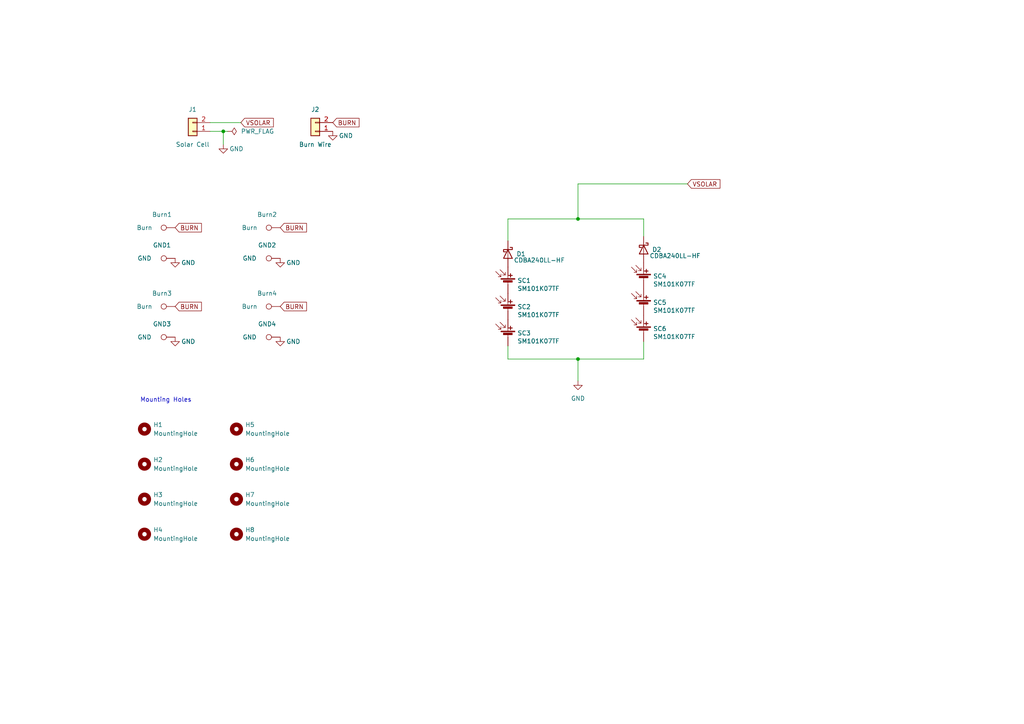
<source format=kicad_sch>
(kicad_sch (version 20211123) (generator eeschema)
  (paper "A4")
  (title_block (title "bottom-adapter-solar") (date "2023-01-03") (rev "2"))
  (lib_symbols
    (symbol "Connector:TestPoint" (pin_numbers hide) (pin_names (offset 0.762) hide)
      (property "Reference" "TP" (at 0 6.858 0))
      (property "Value" "TestPoint" (at 0 5.08 0))
      (symbol "TestPoint_0_1"
        (circle (center 0 3.302) (radius 0.762))
      )
      (symbol "TestPoint_1_1"
        (pin passive line (at 0 0 90) (length 2.54) (name "1") (number "1"))
      )
    )
    (symbol "Connector_Generic:Conn_01x02" (pin_names (offset 1.016) hide)
      (property "Reference" "J" (at 0 2.54 0))
      (property "Value" "Conn_01x02" (at 0 -5.08 0))
      (symbol "Conn_01x02_1_1"
        (rectangle (start -1.27 -2.413) (end 0 -2.667) (stroke (width 0.1524)))
        (rectangle (start -1.27 0.127) (end 0 -0.127) (stroke (width 0.1524)))
        (rectangle (start -1.27 1.27) (end 1.27 -3.81) (stroke (width 0.254)) (fill (type background)))
        (pin passive line (at -5.08 0 0) (length 3.81) (name "Pin_1") (number "1"))
        (pin passive line (at -5.08 -2.54 0) (length 3.81) (name "Pin_2") (number "2"))
      )
    )
    (symbol "Device:D_Schottky" (pin_numbers hide) (pin_names (offset 1.016) hide)
      (property "Reference" "D" (at 0 2.54 0))
      (property "Value" "D_Schottky" (at 0 -2.54 0))
      (symbol "D_Schottky_0_1"
        (polyline (pts (xy 1.27 0) (xy -1.27 0)))
        (polyline (pts (xy 1.27 1.27) (xy 1.27 -1.27) (xy -1.27 0) (xy 1.27 1.27)) (stroke (width 0.254)))
        (polyline (pts (xy -1.905 0.635) (xy -1.905 1.27) (xy -1.27 1.27) (xy -1.27 -1.27) (xy -0.635 -1.27) (xy -0.635 -0.635)) (stroke (width 0.254)))
      )
      (symbol "D_Schottky_1_1"
        (pin passive line (at -3.81 0 0) (length 2.54) (name "K") (number "1"))
        (pin passive line (at 3.81 0 180) (length 2.54) (name "A") (number "2"))
      )
    )
    (symbol "Device:Solar_Cell" (pin_numbers hide) (pin_names (offset 0) hide)
      (property "Reference" "SC" (at 2.54 2.54 0))
      (property "Value" "Solar_Cell" (at 2.54 0 0))
      (symbol "Solar_Cell_0_1"
        (rectangle (start -2.032 1.778) (end 2.032 1.524) (fill (type outline)))
        (rectangle (start -1.3208 1.1938) (end 1.27 0.6858) (fill (type outline)))
        (polyline (pts (xy -2.032 2.286) (xy -3.556 3.81)))
        (polyline (pts (xy -0.762 2.794) (xy -2.286 4.318)))
        (polyline (pts (xy 0 0.762) (xy 0 0)))
        (polyline (pts (xy 0 1.778) (xy 0 2.54)))
        (polyline (pts (xy 0.254 2.667) (xy 1.27 2.667)) (stroke (width 0.254)))
        (polyline (pts (xy 0.762 3.175) (xy 0.762 2.159)) (stroke (width 0.254)))
        (polyline (pts (xy -2.032 3.048) (xy -2.032 2.286) (xy -2.794 2.286)))
        (polyline (pts (xy -0.762 3.556) (xy -0.762 2.794) (xy -1.524 2.794)))
      )
      (symbol "Solar_Cell_1_1"
        (pin passive line (at 0 5.08 270) (length 2.54) (name "+") (number "1"))
        (pin passive line (at 0 -2.54 90) (length 2.54) (name "-") (number "2"))
      )
    )
    (symbol "Mechanical:MountingHole" (pin_names (offset 1.016))
      (property "Reference" "H" (at 0 5.08 0))
      (property "Value" "MountingHole" (at 0 3.175 0))
      (symbol "MountingHole_0_1"
        (circle (center 0 0) (radius 1.27) (stroke (width 1.27)))
      )
    )
    (symbol "power:GND" (power) (pin_names (offset 0))
      (property "Value" "GND" (at 0 -3.81 0))
      (symbol "GND_0_1"
        (polyline (pts (xy 0 0) (xy 0 -1.27) (xy 1.27 -1.27) (xy 0 -2.54) (xy -1.27 -1.27) (xy 0 -1.27)))
      )
      (symbol "GND_1_1"
        (pin power_in line (at 0 0 270) (length 0) hide (name "GND") (number "1"))
      )
    )
    (symbol "power:PWR_FLAG" (power) (pin_numbers hide) (pin_names (offset 0) hide)
      (property "Value" "PWR_FLAG" (at 0 3.81 0))
      (symbol "PWR_FLAG_0_0"
        (pin power_out line (at 0 0 90) (length 0) (name "pwr") (number "1"))
      )
      (symbol "PWR_FLAG_0_1"
        (polyline (pts (xy 0 0) (xy 0 1.27) (xy -1.016 1.905) (xy 0 2.54) (xy 1.016 1.905) (xy 0 1.27)))
      )
    )
  )
  (junction (at 167.64 63.5))
  (junction (at 64.77 38.1))
  (junction (at 167.64 104.14))
  (wire (pts (xy 167.64 63.5) (xy 186.69 63.5)))
  (wire (pts (xy 147.32 69.85) (xy 147.32 63.5)))
  (wire (pts (xy 69.85 35.56) (xy 60.96 35.56)))
  (wire (pts (xy 167.64 104.14) (xy 186.69 104.14)))
  (wire (pts (xy 64.77 38.1) (xy 64.77 41.91)))
  (wire (pts (xy 147.32 104.14) (xy 167.64 104.14)))
  (wire (pts (xy 147.32 104.14) (xy 147.32 100.33)))
  (wire (pts (xy 186.69 104.14) (xy 186.69 99.06)))
  (wire (pts (xy 167.64 63.5) (xy 167.64 53.34)))
  (wire (pts (xy 167.64 53.34) (xy 199.39 53.34)))
  (wire (pts (xy 64.77 38.1) (xy 60.96 38.1)))
  (wire (pts (xy 147.32 63.5) (xy 167.64 63.5)))
  (wire (pts (xy 167.64 110.49) (xy 167.64 104.14)))
  (wire (pts (xy 186.69 63.5) (xy 186.69 68.58)))
  (wire (pts (xy 66.04 38.1) (xy 64.77 38.1)))
  (text "Mounting Holes" (at 40.64 116.84 0) (effects (font (size 1.27 1.27)) (justify left bottom)))
  (global_label "VSOLAR" (shape input) (at 199.39 53.34 0) (property "Intersheet References" "${INTERSHEET_REFS}" (effects hide)))
  (global_label "VSOLAR" (shape input) (at 69.85 35.56 0) (property "Intersheet References" "${INTERSHEET_REFS}" (effects hide)))
  (global_label "BURN" (shape input) (at 96.52 35.56 0) (property "Intersheet References" "${INTERSHEET_REFS}" (effects hide)))
  (global_label "BURN" (shape input) (at 50.8 88.9 0) (property "Intersheet References" "${INTERSHEET_REFS}" (effects hide)))
  (global_label "BURN" (shape input) (at 50.8 66.04 0) (property "Intersheet References" "${INTERSHEET_REFS}" (effects hide)))
  (global_label "BURN" (shape input) (at 81.28 66.04 0) (property "Intersheet References" "${INTERSHEET_REFS}" (effects hide)))
  (global_label "BURN" (shape input) (at 81.28 88.9 0) (property "Intersheet References" "${INTERSHEET_REFS}" (effects hide)))
  (symbol (lib_id "Connector:TestPoint") (at 81.28 66.04 90) (unit 1)
    (property "Reference" "Burn2" (at 77.47 62.23 90))
    (property "Value" "Burn" (at 72.39 66.04 90))
    (property "Footprint" "TestPoint:TestPoint_THTPad_2.0x2.0mm_Drill1.0mm" (effects hide))
  )
  (symbol (lib_id "Connector:TestPoint") (at 50.8 66.04 90) (unit 1)
    (property "Reference" "Burn1" (at 46.99 62.23 90))
    (property "Value" "Burn" (at 41.91 66.04 90))
    (property "Footprint" "TestPoint:TestPoint_THTPad_2.0x2.0mm_Drill1.0mm" (effects hide))
  )
  (symbol (lib_id "Device:Solar_Cell") (at 147.32 97.79 0) (unit 1)
    (property "Reference" "SC3" (at 150.0632 96.6216 0) (effects (justify left)))
    (property "Value" "SM101K07TF" (at 150.0632 98.933 0) (effects (justify left)))
    (property "Footprint" "ISP:SM101K07TF" (effects hide))
  )
  (symbol (lib_id "Connector:TestPoint") (at 81.28 97.79 90) (unit 1)
    (property "Reference" "GND4" (at 77.47 93.98 90))
    (property "Value" "GND" (at 72.39 97.79 90))
    (property "Footprint" "TestPoint:TestPoint_THTPad_2.0x2.0mm_Drill1.0mm" (effects hide))
  )
  (symbol (lib_id "Connector:TestPoint") (at 81.28 74.93 90) (unit 1)
    (property "Reference" "GND2" (at 77.47 71.12 90))
    (property "Value" "GND" (at 72.39 74.93 90))
    (property "Footprint" "TestPoint:TestPoint_THTPad_2.0x2.0mm_Drill1.0mm" (effects hide))
  )
  (symbol (lib_id "Device:Solar_Cell") (at 186.69 81.28 0) (unit 1)
    (property "Reference" "SC4" (at 189.4332 80.1116 0) (effects (justify left)))
    (property "Value" "SM101K07TF" (at 189.4332 82.423 0) (effects (justify left)))
    (property "Footprint" "ISP:SM101K07TF" (effects hide))
  )
  (symbol (lib_id "Mechanical:MountingHole") (at 68.58 154.94 0) (unit 1)
    (property "Reference" "H8" (at 71.12 153.6699 0) (effects (justify left)))
    (property "Value" "MountingHole" (at 71.12 156.2099 0) (effects (justify left)))
    (property "Footprint" "MountingHole:MountingHole_2.7mm_M2.5_DIN965_Pad" (effects hide))
  )
  (symbol (lib_id "Connector:TestPoint") (at 50.8 74.93 90) (unit 1)
    (property "Reference" "GND1" (at 46.99 71.12 90))
    (property "Value" "GND" (at 41.91 74.93 90))
    (property "Footprint" "TestPoint:TestPoint_THTPad_2.0x2.0mm_Drill1.0mm" (effects hide))
  )
  (symbol (lib_id "Mechanical:MountingHole") (at 68.58 124.46 0) (unit 1)
    (property "Reference" "H5" (at 71.12 123.1899 0) (effects (justify left)))
    (property "Value" "MountingHole" (at 71.12 125.7299 0) (effects (justify left)))
    (property "Footprint" "MountingHole:MountingHole_2.7mm_M2.5_DIN965_Pad" (effects hide))
  )
  (symbol (lib_id "power:PWR_FLAG") (at 66.04 38.1 270) (unit 1)
    (property "Reference" "#FLG0101" (effects hide))
    (property "Value" "PWR_FLAG" (at 69.85 38.0999 90) (effects (justify left)))
  )
  (symbol (lib_id "Device:Solar_Cell") (at 147.32 90.17 0) (unit 1)
    (property "Reference" "SC2" (at 150.0632 89.0016 0) (effects (justify left)))
    (property "Value" "SM101K07TF" (at 150.0632 91.313 0) (effects (justify left)))
    (property "Footprint" "ISP:SM101K07TF" (effects hide))
  )
  (symbol (lib_id "Device:Solar_Cell") (at 186.69 88.9 0) (unit 1)
    (property "Reference" "SC5" (at 189.4332 87.7316 0) (effects (justify left)))
    (property "Value" "SM101K07TF" (at 189.4332 90.043 0) (effects (justify left)))
    (property "Footprint" "ISP:SM101K07TF" (effects hide))
  )
  (symbol (lib_id "Mechanical:MountingHole") (at 41.91 144.78 0) (unit 1)
    (property "Reference" "H3" (at 44.45 143.5099 0) (effects (justify left)))
    (property "Value" "MountingHole" (at 44.45 146.0499 0) (effects (justify left)))
    (property "Footprint" "ISP:MountingHole_3.7mm_Pad_Modified" (effects hide))
  )
  (symbol (lib_id "Connector:TestPoint") (at 50.8 88.9 90) (unit 1)
    (property "Reference" "Burn3" (at 46.99 85.09 90))
    (property "Value" "Burn" (at 41.91 88.9 90))
    (property "Footprint" "TestPoint:TestPoint_THTPad_2.0x2.0mm_Drill1.0mm" (effects hide))
  )
  (symbol (lib_id "Mechanical:MountingHole") (at 41.91 154.94 0) (unit 1)
    (property "Reference" "H4" (at 44.45 153.6699 0) (effects (justify left)))
    (property "Value" "MountingHole" (at 44.45 156.2099 0) (effects (justify left)))
    (property "Footprint" "ISP:MountingHole_3.7mm_Pad_Modified" (effects hide))
  )
  (symbol (lib_id "power:GND") (at 96.52 38.1 0) (unit 1)
    (property "Reference" "#PWR0107" (effects hide))
    (property "Value" "GND" (at 100.33 39.37 0))
  )
  (symbol (lib_id "Device:D_Schottky") (at 147.32 73.66 270) (unit 1)
    (property "Reference" "D1" (at 151.13 73.66 90))
    (property "Value" "CDBA240LL-HF" (at 163.83 76.2 90) (effects (justify right bottom)))
    (property "Footprint" "ISP:DO-214AC" (effects hide))
  )
  (symbol (lib_id "Connector:TestPoint") (at 50.8 97.79 90) (unit 1)
    (property "Reference" "GND3" (at 46.99 93.98 90))
    (property "Value" "GND" (at 41.91 97.79 90))
    (property "Footprint" "TestPoint:TestPoint_THTPad_2.0x2.0mm_Drill1.0mm" (effects hide))
  )
  (symbol (lib_id "Connector:TestPoint") (at 81.28 88.9 90) (unit 1)
    (property "Reference" "Burn4" (at 77.47 85.09 90))
    (property "Value" "Burn" (at 72.39 88.9 90))
    (property "Footprint" "TestPoint:TestPoint_THTPad_2.0x2.0mm_Drill1.0mm" (effects hide))
  )
  (symbol (lib_id "Mechanical:MountingHole") (at 68.58 134.62 0) (unit 1)
    (property "Reference" "H6" (at 71.12 133.3499 0) (effects (justify left)))
    (property "Value" "MountingHole" (at 71.12 135.8899 0) (effects (justify left)))
    (property "Footprint" "MountingHole:MountingHole_2.7mm_M2.5_DIN965_Pad" (effects hide))
  )
  (symbol (lib_id "power:GND") (at 167.64 110.49 0) (unit 1)
    (property "Reference" "#PWR0103" (effects hide))
    (property "Value" "GND" (at 167.64 115.57 0))
  )
  (symbol (lib_id "power:GND") (at 50.8 97.79 0) (unit 1)
    (property "Reference" "#PWR0102" (effects hide))
    (property "Value" "GND" (at 54.61 99.06 0))
  )
  (symbol (lib_id "power:GND") (at 81.28 74.93 0) (unit 1)
    (property "Reference" "#PWR0105" (effects hide))
    (property "Value" "GND" (at 85.09 76.2 0))
  )
  (symbol (lib_id "Device:Solar_Cell") (at 186.69 96.52 0) (unit 1)
    (property "Reference" "SC6" (at 189.4332 95.3516 0) (effects (justify left)))
    (property "Value" "SM101K07TF" (at 189.4332 97.663 0) (effects (justify left)))
    (property "Footprint" "ISP:SM101K07TF" (effects hide))
  )
  (symbol (lib_id "power:GND") (at 50.8 74.93 0) (unit 1)
    (property "Reference" "#PWR0106" (effects hide))
    (property "Value" "GND" (at 54.61 76.2 0))
  )
  (symbol (lib_id "Connector_Generic:Conn_01x02") (at 91.44 38.1 180) (unit 1)
    (property "Reference" "J2" (at 91.44 31.75 0))
    (property "Value" "Burn Wire" (at 91.44 41.91 0))
    (property "Footprint" "ISP:pico_lock_2mm_2circuit" (effects hide))
  )
  (symbol (lib_id "power:GND") (at 64.77 41.91 0) (unit 1)
    (property "Reference" "#PWR0101" (effects hide))
    (property "Value" "GND" (at 68.58 43.18 0))
  )
  (symbol (lib_id "Device:Solar_Cell") (at 147.32 82.55 0) (unit 1)
    (property "Reference" "SC1" (at 150.0632 81.3816 0) (effects (justify left)))
    (property "Value" "SM101K07TF" (at 150.0632 83.693 0) (effects (justify left)))
    (property "Footprint" "ISP:SM101K07TF" (effects hide))
  )
  (symbol (lib_id "Connector_Generic:Conn_01x02") (at 55.88 38.1 180) (unit 1)
    (property "Reference" "J1" (at 55.88 31.75 0))
    (property "Value" "Solar Cell" (at 55.88 41.91 0))
    (property "Footprint" "ISP:pico_lock_2mm_2circuit" (effects hide))
  )
  (symbol (lib_id "Mechanical:MountingHole") (at 68.58 144.78 0) (unit 1)
    (property "Reference" "H7" (at 71.12 143.5099 0) (effects (justify left)))
    (property "Value" "MountingHole" (at 71.12 146.0499 0) (effects (justify left)))
    (property "Footprint" "MountingHole:MountingHole_2.7mm_M2.5_DIN965_Pad" (effects hide))
  )
  (symbol (lib_id "Mechanical:MountingHole") (at 41.91 134.62 0) (unit 1)
    (property "Reference" "H2" (at 44.45 133.3499 0) (effects (justify left)))
    (property "Value" "MountingHole" (at 44.45 135.8899 0) (effects (justify left)))
    (property "Footprint" "ISP:MountingHole_3.7mm_Pad_Modified" (effects hide))
  )
  (symbol (lib_id "Device:D_Schottky") (at 186.69 72.39 270) (unit 1)
    (property "Reference" "D2" (at 190.5 72.39 90))
    (property "Value" "CDBA240LL-HF" (at 203.2 74.93 90) (effects (justify right bottom)))
    (property "Footprint" "ISP:DO-214AC" (effects hide))
  )
  (symbol (lib_id "Mechanical:MountingHole") (at 41.91 124.46 0) (unit 1)
    (property "Reference" "H1" (at 44.45 123.1899 0) (effects (justify left)))
    (property "Value" "MountingHole" (at 44.45 125.7299 0) (effects (justify left)))
    (property "Footprint" "ISP:MountingHole_3.7mm_Pad_Modified" (effects hide))
  )
  (symbol (lib_id "power:GND") (at 81.28 97.79 0) (unit 1)
    (property "Reference" "#PWR0104" (effects hide))
    (property "Value" "GND" (at 85.09 99.06 0))
  )
)
</source>
